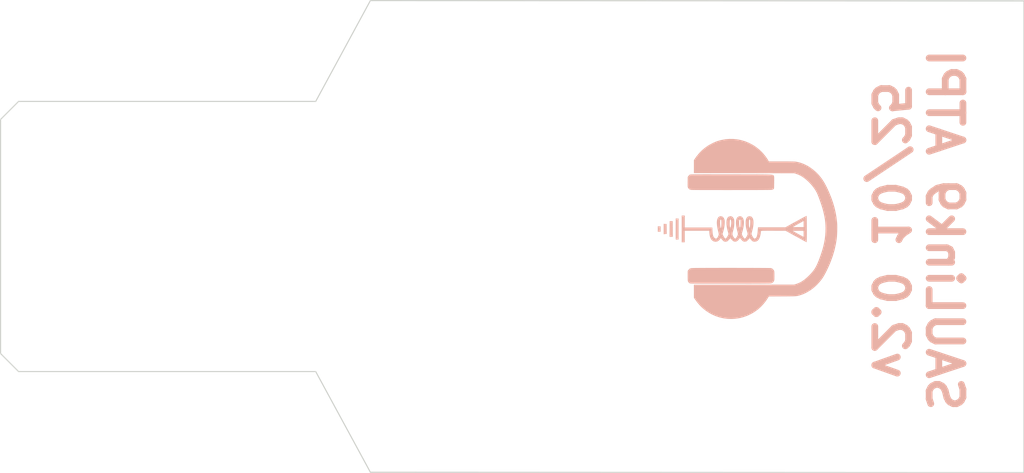
<source format=kicad_pcb>
(kicad_pcb (version 20240108) (generator "pcbnew") (generator_version "8.0")
  (layers (0 "F.Cu" signal) (31 "B.Cu" signal) (34 "B.Paste" user) (35 "F.Paste" user) (36 "B.SilkS" user "B.Silkscreen") (37 "F.SilkS" user "F.Silkscreen") (38 "B.Mask" user) (39 "F.Mask" user) (44 "Edge.Cuts" user))
  (net 0 "")
  (footprint "LOGO" (layer "B.Cu") (at 135.25 56.5 90)
    (property "Reference" "g2" (hide yes))
    (property "Value" "LOGO" (hide yes))
    (fp_poly (pts (xy 0.117134 -3.928485) (xy 0.117134 -3.991557) (xy -0.004505 -3.991557) (xy -0.126144 -3.991557) (xy -0.126144 -3.928485) (xy -0.126144 -3.865413) (xy -0.004505 -3.865413) (xy 0.117134 -3.865413)) (fill solid) (layer "B.SilkS"))
    (fp_poly (pts (xy -0.002252 -3.326942) (xy 0.346896 -3.329301) (xy 0.346896 -3.396878) (xy 0.346896 -3.464455) (xy -0.002252 -3.466813) (xy -0.351401 -3.469172) (xy -0.351401 -3.396878) (xy -0.351401 -3.324584)) (fill solid) (layer "B.SilkS"))
    (fp_poly (pts (xy -0.002252 -3.597199) (xy 0.220752 -3.599609) (xy 0.223399 -3.664934) (xy 0.226047 -3.730258) (xy -0.005365 -3.730258) (xy -0.236777 -3.730258) (xy -0.231096 -3.682954) (xy -0.227778 -3.651624) (xy -0.225691 -3.624807) (xy -0.225335 -3.61522) (xy -0.225257 -3.594789)) (fill solid) (layer "B.SilkS"))
    (fp_poly (pts (xy 0.46403 -3.131074) (xy 0.46403 -3.194146) (xy -0.002504 -3.19648) (xy -0.108499 -3.196944) (xy -0.19782 -3.197169) (xy -0.271811 -3.197126) (xy -0.33182 -3.196786) (xy -0.37919 -3.196121) (xy -0.415267 -3.195103) (xy -0.441396 -3.193702) (xy -0.458922 -3.191891) (xy -0.469191 -3.189639) (xy -0.473548 -3.18692) (xy -0.473778 -3.186461) (xy -0.475912 -3.171164) (xy -0.476489 -3.144507) (xy -0.475779 -3.121055) (xy -0.47304 -3.068002) (xy -0.004505 -3.068002) (xy 0.46403 -3.068002)) (fill solid) (layer "B.SilkS"))
    (fp_poly (pts (xy -2.08186 1.189161) (xy -2.015845 1.188919) (xy -1.965176 1.188219) (xy -1.927181 1.186867) (xy -1.899186 1.18467) (xy -1.878519 1.181436) (xy -1.862508 1.176971) (xy -1.851614 1.172548) (xy -1.814695 1.14912) (xy -1.780047 1.11576) (xy -1.752838 1.078211) (xy -1.739635 1.048084) (xy -1.738672 1.035692) (xy -1.737759 1.006354) (xy -1.736898 0.961148) (xy -1.736089 0.901149) (xy -1.735332 0.827431) (xy -1.73463 0.741072) (xy -1.733981 0.643147) (xy -1.733386 0.534731) (xy -1.732847 0.4169) (xy -1.732364 0.290731) (xy -1.731937 0.157298) (xy -1.731566 0.017678) (xy -1.731254 -0.127055) (xy -1.730999 -0.275823) (xy -1.730804 -0.427552) (xy -1.730667 -0.581165) (xy -1.730591 -0.735588) (xy -1.730575 -0.889744) (xy -1.73062 -1.042557) (xy -1.730727 -1.192952) (xy -1.730897 -1.339853) (xy -1.731129 -1.482185) (xy -1.731425 -1.618871) (xy -1.731785 -1.748836) (xy -1.73221 -1.871004) (xy -1.7327 -1.9843) (xy -1.733256 -2.087647) (xy -1.733879 -2.179971) (xy -1.734568 -2.260195) (xy -1.735326 -2.327243) (xy -1.736152 -2.380041) (xy -1.737046 -2.417511) (xy -1.737696 -2.433716) (xy -1.740541 -2.481535) (xy -1.74354 -2.515229) (xy -1.747526 -2.538679) (xy -1.753332 -2.55577) (xy -1.76179 -2.570382) (xy -1.769179 -2.580488) (xy -1.793416 -2.606889) (xy -1.822868 -2.632092) (xy -1.831382 -2.638116) (xy -1.86826 -2.662539) (xy -2.071679 -2.664119) (xy -2.132651 -2.664213) (xy -2.189509 -2.663592) (xy -2.239105 -2.662346) (xy -2.278289 -2.660566) (xy -2.303912 -2.658341) (xy -2.309823 -2.657307) (xy -2.359189 -2.637187) (xy -2.396829 -2.60408) (xy -2.415609 -2.573328) (xy -2.417599 -2.568475) (xy -2.419426 -2.56255) (xy -2.421096 -2.554794) (xy -2.422616 -2.544451) (xy -2.423993 -2.530765) (xy -2.425234 -2.512977) (xy -2.426347 -2.490331) (xy -2.427338 -2.462071) (xy -2.428214 -2.427438) (xy -2.428983 -2.385677) (xy -2.42965 -2.33603) (xy -2.430225 -2.27774) (xy -2.430712 -2.210051) (xy -2.43112 -2.132205) (xy -2.431455 -2.043445) (xy -2.431725 -1.943014) (xy -2.431936 -1.830156) (xy -2.432095 -1.704114) (xy -2.43221 -1.56413) (xy -2.432288 -1.409447) (xy -2.432335 -1.239309) (xy -2.432358 -1.052958) (xy -2.432365 -0.849638) (xy -2.432365 -0.765874) (xy -2.432323 -0.581846) (xy -2.432203 -0.403471) (xy -2.432008 -0.231571) (xy -2.431743 -0.066972) (xy -2.431411 0.089504) (xy -2.431016 0.237032) (xy -2.430561 0.374788) (xy -2.43005 0.50195) (xy -2.429486 0.617693) (xy -2.428874 0.721194) (xy -2.428216 0.811628) (xy -2.427517 0.888173) (xy -2.426781 0.950003) (xy -2.42601 0.996296) (xy -2.425208 1.026228) (xy -2.42438 1.038974) (xy -2.424368 1.039028) (xy -2.403567 1.090398) (xy -2.368234 1.134256) (xy -2.321866 1.166534) (xy -2.306193 1.174054) (xy -2.291588 1.179706) (xy -2.275263 1.183755) (xy -2.254426 1.186463) (xy -2.22629 1.188093) (xy -2.188062 1.188909) (xy -2.136954 1.189173)) (fill solid) (layer "B.SilkS"))
    (fp_poly (pts (xy 2.245956 1.179563) (xy 2.281124 1.17896) (xy 2.306802 1.177655) (xy 2.325122 1.175521) (xy 2.338216 1.172428) (xy 2.348217 1.168247) (xy 2.357256 1.162847) (xy 2.361065 1.160327) (xy 2.368218 1.15612) (xy 2.374796 1.152933) (xy 2.380825 1.150034) (xy 2.386328 1.146689) (xy 2.39133 1.142163) (xy 2.395858 1.135723) (xy 2.399934 1.126636) (xy 2.403584 1.114168) (xy 2.406833 1.097584) (xy 2.409706 1.076152) (xy 2.412227 1.049138) (xy 2.414421 1.015807) (xy 2.416314 0.975427) (xy 2.417929 0.927263) (xy 2.419292 0.870583) (xy 2.420427 0.804651) (xy 2.421359 0.728734) (xy 2.422114 0.6421) (xy 2.422715 0.544013) (xy 2.423188 0.433741) (xy 2.423557 0.310549) (xy 2.423847 0.173704) (xy 2.424084 0.022473) (xy 2.424291 -0.143879) (xy 2.424494 -0.326085) (xy 2.424717 -0.524879) (xy 2.424971 -0.730329) (xy 2.42525 -0.94246) (xy 2.425498 -1.13732) (xy 2.425708 -1.315658) (xy 2.425876 -1.478223) (xy 2.425993 -1.625763) (xy 2.426053 -1.759029) (xy 2.42605 -1.87877) (xy 2.425978 -1.985733) (xy 2.425829 -2.08067) (xy 2.425598 -2.164328) (xy 2.425277 -2.237458) (xy 2.424861 -2.300807) (xy 2.424342 -2.355126) (xy 2.423715 -2.401164) (xy 2.422973 -2.439669) (xy 2.422109 -2.471391) (xy 2.421117 -2.497078) (xy 2.41999 -2.517481) (xy 2.418722 -2.533348) (xy 2.417306 -2.545429) (xy 2.415736 -2.554472) (xy 2.414006 -2.561227) (xy 2.412108 -2.566443) (xy 2.410036 -2.570869) (xy 2.408978 -2.572933) (xy 2.384077 -2.606012) (xy 2.347578 -2.635211) (xy 2.347101 -2.635509) (xy 2.303602 -2.662539) (xy 2.086619 -2.6649) (xy 2.017465 -2.665539) (xy 1.963832 -2.665668) (xy 1.923222 -2.665143) (xy 1.893138 -2.663821) (xy 1.871084 -2.661556) (xy 1.854562 -2.658207) (xy 1.841075 -2.653628) (xy 1.833594 -2.650321) (xy 1.789506 -2.622226) (xy 1.75726 -2.58346) (xy 1.742385 -2.554293) (xy 1.740548 -2.549225) (xy 1.738862 -2.542404) (xy 1.73732 -2.533079) (xy 1.735917 -2.520499) (xy 1.734645 -2.503913) (xy 1.733499 -2.48257) (xy 1.732471 -2.45572) (xy 1.731556 -2.422613) (xy 1.730748 -2.382496) (xy 1.73004 -2.334619) (xy 1.729425 -2.278233) (xy 1.728897 -2.212585) (xy 1.728451 -2.136925) (xy 1.728078 -2.050502) (xy 1.727775 -1.952566) (xy 1.727533 -1.842366) (xy 1.727346 -1.719151) (xy 1.727209 -1.582171) (xy 1.727115 -1.430673) (xy 1.727057 -1.263909) (xy 1.727029 -1.081126) (xy 1.727025 -0.881575) (xy 1.727032 -0.738709) (xy 1.727072 -0.517065) (xy 1.727162 -0.312829) (xy 1.727304 -0.125388) (xy 1.727503 0.045872) (xy 1.727763 0.201562) (xy 1.728087 0.342296) (xy 1.728479 0.468687) (xy 1.728942 0.581348) (xy 1.729482 0.680891) (xy 1.730101 0.76793) (xy 1.730802 0.843076) (xy 1.731591 0.906944) (xy 1.732471 0.960146) (xy 1.733445 1.003294) (xy 1.734517 1.037003) (xy 1.735691 1.061884) (xy 1.73697 1.07855) (xy 1.738252 1.087189) (xy 1.750281 1.121588) (xy 1.766727 1.149014) (xy 1.771908 1.154632) (xy 1.778686 1.160687) (xy 1.786059 1.165485) (xy 1.796098 1.169194) (xy 1.810872 1.171987) (xy 1.832452 1.174031) (xy 1.862908 1.175498) (xy 1.904309 1.176557) (xy 1.958726 1.177378) (xy 2.028228 1.178132) (xy 2.062185 1.178466) (xy 2.138619 1.179187) (xy 2.199165 1.179596)) (fill solid) (layer "B.SilkS"))
    (fp_poly (pts (xy 0.155312 3.980751) (xy 0.232276 3.978016) (xy 0.285733 3.974313) (xy 0.510879 3.947666) (xy 0.731493 3.909191) (xy 0.950095 3.858194) (xy 1.169204 3.793982) (xy 1.39134 3.715863) (xy 1.619023 3.623142) (xy 1.711955 3.581928) (xy 1.858473 3.512783) (xy 1.989453 3.444927) (xy 2.107163 3.376863) (xy 2.213868 3.307092) (xy 2.311835 3.234118) (xy 2.403331 3.156442) (xy 2.490621 3.072566) (xy 2.504863 3.057938) (xy 2.623801 2.923908) (xy 2.727492 2.78446) (xy 2.81543 2.640572) (xy 2.887103 2.493224) (xy 2.942005 2.343394) (xy 2.979624 2.192062) (xy 2.990808 2.123524) (xy 2.992913 2.098468) (xy 2.994791 2.056416) (xy 2.996427 1.99839) (xy 2.997805 1.925415) (xy 2.99891 1.838512) (xy 2.999725 1.738705) (xy 3.000235 1.627017) (xy 3.000425 1.50447) (xy 3.000426 1.495239) (xy 3.000426 0.937437) (xy 3.038719 0.917965) (xy 3.093177 0.886894) (xy 3.156214 0.845286) (xy 3.224205 0.795858) (xy 3.293523 0.741329) (xy 3.360541 0.684417) (xy 3.407201 0.641724) (xy 3.533841 0.509357) (xy 3.646047 0.366937) (xy 3.743478 0.215641) (xy 3.825795 0.056643) (xy 3.892659 -0.10888) (xy 3.94373 -0.279754) (xy 3.978668 -0.454802) (xy 3.997134 -0.632849) (xy 3.998787 -0.81272) (xy 3.98329 -0.993239) (xy 3.950301 -1.17323) (xy 3.941707 -1.208537) (xy 3.911717 -1.314608) (xy 3.87633 -1.415205) (xy 3.832787 -1.517781) (xy 3.807018 -1.572295) (xy 3.718505 -1.733795) (xy 3.615221 -1.885156) (xy 3.497651 -2.025829) (xy 3.36628 -2.155265) (xy 3.221593 -2.272916) (xy 3.132341 -2.335158) (xy 3.052515 -2.387726) (xy 2.765633 -2.387726) (xy 2.478751 -2.387726) (xy 2.475645 -0.159932) (xy 2.472538 2.067861) (xy 2.453234 2.130933) (xy 2.413481 2.242131) (xy 2.363375 2.348066) (xy 2.301374 2.451199) (xy 2.225932 2.553989) (xy 2.135507 2.658895) (xy 2.094892 2.701902) (xy 1.978692 2.813534) (xy 1.858101 2.912941) (xy 1.735576 2.998251) (xy 1.616984 3.065875) (xy 1.565846 3.089862) (xy 1.500339 3.117641) (xy 1.423449 3.148159) (xy 1.338165 3.180361) (xy 1.247474 3.213194) (xy 1.154362 3.245603) (xy 1.061818 3.276534) (xy 0.972828 3.304934) (xy 0.890379 3.329748) (xy 0.81746 3.349922) (xy 0.797411 3.355032) (xy 0.655343 3.388458) (xy 0.525448 3.414763) (xy 0.403596 3.434499) (xy 0.285655 3.448218) (xy 0.167494 3.456473) (xy 0.044981 3.459817) (xy 0.013169 3.459951) (xy -0.151376 3.456038) (xy -0.312977 3.443964) (xy -0.474129 3.423221) (xy -0.637328 3.393305) (xy -0.805069 3.35371) (xy -0.979846 3.303931) (xy -1.164156 3.243461) (xy -1.304192 3.193009) (xy -1.422102 3.147824) (xy -1.525131 3.105198) (xy -1.615924 3.063512) (xy -1.697131 3.021151) (xy -1.771398 2.976498) (xy -1.841374 2.927935) (xy -1.909706 2.873845) (xy -1.979042 2.812612) (xy -2.05203 2.742618) (xy -2.06843 2.726294) (xy -2.161882 2.628238) (xy -2.240716 2.535146) (xy -2.306647 2.444365) (xy -2.361388 2.353244) (xy -2.406654 2.259129) (xy -2.444159 2.15937) (xy -2.453236 2.130933) (xy -2.472676 2.067861) (xy -2.475653 -0.159932) (xy -2.47863 -2.387726) (xy -2.768811 -2.387331) (xy -3.058992 -2.386937) (xy -3.146536 -2.326512) (xy -3.284194 -2.224433) (xy -3.406566 -2.118325) (xy -3.516327 -2.005671) (xy -3.616148 -1.883952) (xy -3.616181 -1.883909) (xy -3.719745 -1.731946) (xy -3.807058 -1.573366) (xy -3.878141 -1.409294) (xy -3.933015 -1.240856) (xy -3.9717 -1.069179) (xy -3.994218 -0.895387) (xy -4.000589 -0.720608) (xy -3.990837 -0.545967) (xy -3.964978 -0.37259) (xy -3.923037 -0.201603) (xy -3.865032 -0.034132) (xy -3.790986 0.128698) (xy -3.70092 0.285759) (xy -3.594853 0.435926) (xy -3.572528 0.464038) (xy -3.461909 0.58814) (xy -3.337659 0.704811) (xy -3.203728 0.810568) (xy -3.100623 0.87981) (xy -3.001393 0.941576) (xy -2.997979 1.545265) (xy -2.997315 1.665677) (xy -2.99671 1.769638) (xy -2.996057 1.858715) (xy -2.995248 1.934479) (xy -2.994174 1.998497) (xy -2.992728 2.052337) (xy -2.990801 2.097568) (xy -2.988286 2.135759) (xy -2.985073 2.168478) (xy -2.981056 2.197294) (xy -2.976125 2.223774) (xy -2.970173 2.249488) (xy -2.963092 2.276004) (xy -2.954774 2.30489) (xy -2.94511 2.337715) (xy -2.942825 2.345511) (xy -2.913492 2.430316) (xy -2.873382 2.523313) (xy -2.824754 2.620248) (xy -2.769865 2.71687) (xy -2.710975 2.808926) (xy -2.657241 2.883292) (xy -2.577093 2.979887) (xy -2.486958 3.075626) (xy -2.390604 3.167042) (xy -2.291796 3.250664) (xy -2.194303 3.323021) (xy -2.144448 3.355621) (xy -2.048249 3.412131) (xy -1.937852 3.471444) (xy -1.816537 3.531961) (xy -1.687581 3.592082) (xy -1.554263 3.650208) (xy -1.467792 3.685772) (xy -1.209318 3.780648) (xy -0.95058 3.857806) (xy -0.690519 3.917527) (xy -0.455019 3.956526) (xy -0.388175 3.96396) (xy -0.307878 3.97023) (xy -0.218131 3.97524) (xy -0.122936 3.978893) (xy -0.026296 3.981093) (xy 0.067788 3.981744)) (fill solid) (layer "B.SilkS"))
    (fp_poly (pts (xy -0.032298 2.630135) (xy 0.05312 2.62981) (xy 0.138326 2.629311) (xy 0.22139 2.628649) (xy 0.300382 2.627836) (xy 0.373372 2.626885) (xy 0.438431 2.625806) (xy 0.493627 2.624612) (xy 0.537031 2.623315) (xy 0.566713 2.621926) (xy 0.580743 2.620456) (xy 0.581548 2.620113) (xy 0.578476 2.611289) (xy 0.567397 2.5881) (xy 0.549048 2.551939) (xy 0.524168 2.504197) (xy 0.493492 2.446268) (xy 0.457757 2.379543) (xy 0.417702 2.305415) (xy 0.374063 2.225277) (xy 0.330006 2.144936) (xy 0.072082 1.676146) (xy 0.072082 1.068484) (xy 0.072082 0.460822) (xy 0.024778 0.456027) (xy -0.006424 0.453233) (xy -0.048117 0.44999) (xy -0.092799 0.446871) (xy -0.106818 0.445973) (xy -0.155004 0.441781) (xy -0.206611 0.435421) (xy -0.251966 0.42812) (xy -0.259993 0.426541) (xy -0.324069 0.410089) (xy -0.37176 0.390058) (xy -0.404508 0.365525) (xy -0.42375 0.335571) (xy -0.428681 0.318657) (xy -0.429955 0.299968) (xy -0.422824 0.284297) (xy -0.404223 0.265393) (xy -0.401324 0.262829) (xy -0.374949 0.243004) (xy -0.340682 0.221757) (xy -0.303297 0.201541) (xy -0.267565 0.18481) (xy -0.238258 0.174015) (xy -0.223229 0.171291) (xy -0.206917 0.173698) (xy -0.177422 0.180189) (xy -0.138857 0.18979) (xy -0.095334 0.201526) (xy -0.093072 0.202159) (xy 0.01412 0.228851) (xy 0.116358 0.247677) (xy 0.211642 0.258527) (xy 0.297973 0.261291) (xy 0.373353 0.25586) (xy 0.435781 0.242124) (xy 0.460489 0.23258) (xy 0.502582 0.207832) (xy 0.534739 0.178168) (xy 0.537076 0.175209) (xy 0.552292 0.152357) (xy 0.560139 0.130199) (xy 0.562847 0.101003) (xy 0.562991 0.085369) (xy 0.561463 0.050714) (xy 0.555654 0.026306) (xy 0.54338 0.004496) (xy 0.53769 -0.003236) (xy 0.503841 -0.036927) (xy 0.459557 -0.061924) (xy 0.403403 -0.078611) (xy 0.333948 -0.087372) (xy 0.249756 -0.08859) (xy 0.222427 -0.08759) (xy 0.14646 -0.082271) (xy 0.076501 -0.073039) (xy 0.006111 -0.058711) (xy -0.071151 -0.038105) (xy -0.109122 -0.026701) (xy -0.149458 -0.015155) (xy -0.186517 -0.006122) (xy -0.214896 -0.000847) (xy -0.224938 0) (xy -0.250969 -0.004691) (xy -0.284336 -0.01726) (xy -0.321314 -0.035448) (xy -0.358176 -0.056998) (xy -0.391195 -0.079652) (xy -0.416646 -0.101151) (xy -0.430801 -0.119238) (xy -0.432494 -0.125761) (xy -0.42488 -0.141468) (xy -0.40438 -0.162221) (xy -0.374502 -0.185591) (xy -0.338756 -0.209148) (xy -0.300651 -0.230464) (xy -0.263697 -0.247108) (xy -0.250459 -0.251775) (xy -0.232794 -0.256191) (xy -0.214969 -0.256817) (xy -0.192351 -0.253017) (xy -0.160309 -0.244159) (xy -0.133326 -0.235734) (xy -0.054995 -0.213559) (xy 0.028552 -0.194782) (xy 0.113104 -0.180012) (xy 0.194445 -0.16986) (xy 0.268363 -0.164935) (xy 0.330644 -0.165847) (xy 0.34235 -0.16689) (xy 0.412217 -0.179881) (xy 0.470836 -0.202227) (xy 0.516837 -0.23288) (xy 0.548851 -0.270794) (xy 0.565507 -0.314924) (xy 0.567648 -0.338953) (xy 0.559034 -0.389163) (xy 0.534485 -0.433872) (xy 0.495939 -0.469877) (xy 0.483904 -0.477394) (xy 0.420479 -0.503819) (xy 0.343481 -0.518403) (xy 0.252921 -0.521146) (xy 0.148811 -0.512048) (xy 0.031163 -0.49111) (xy -0.098423 -0.458778) (xy -0.141074 -0.447745) (xy -0.181053 -0.438992) (xy -0.212913 -0.433632) (xy -0.227077 -0.432493) (xy -0.256106 -0.437159) (xy -0.291513 -0.449663) (xy -0.329525 -0.467768) (xy -0.36637 -0.489235) (xy -0.398276 -0.511828) (xy -0.42147 -0.533307) (xy -0.432181 -0.551435) (xy -0.432494 -0.554363) (xy -0.425194 -0.568652) (xy -0.40572 -0.588622) (xy -0.377708 -0.611306) (xy -0.344794 -0.633738) (xy -0.313221 -0.651649) (xy -0.277728 -0.666571) (xy -0.242526 -0.673856) (xy -0.20352 -0.67345) (xy -0.156617 -0.665296) (xy -0.097725 -0.649338) (xy -0.095572 -0.648691) (xy 0.015444 -0.619429) (xy 0.120757 -0.601055) (xy 0.228038 -0.592379) (xy 0.274814 -0.591347) (xy 0.325639 -0.591384) (xy 0.36287 -0.592657) (xy 0.390917 -0.595684) (xy 0.414193 -0.600979) (xy 0.437109 -0.609059) (xy 0.441504 -0.610836) (xy 0.484612 -0.631042) (xy 0.515363 -0.652622) (xy 0.539192 -0.679819) (xy 0.548886 -0.694663) (xy 0.564847 -0.737556) (xy 0.56485 -0.785476) (xy 0.548932 -0.835144) (xy 0.547375 -0.8383) (xy 0.518565 -0.875801) (xy 0.474925 -0.904976) (xy 0.417641 -0.925751) (xy 0.347904 -0.938055) (xy 0.2669 -0.941813) (xy 0.175818 -0.936954) (xy 0.075846 -0.923404) (xy -0.031828 -0.901092) (xy -0.115818 -0.878881) (xy -0.161358 -0.86592) (xy -0.193407 -0.857575) (xy -0.215773 -0.853413) (xy -0.232265 -0.853) (xy -0.246689 -0.855903) (xy -0.262853 -0.861688) (xy -0.263746 -0.862034) (xy -0.292079 -0.875133) (xy -0.325392 -0.893662) (xy -0.359589 -0.914931) (xy -0.390575 -0.936247) (xy -0.414251 -0.954919) (xy -0.426522 -0.968253) (xy -0.427019 -0.969327) (xy -0.427578 -0.988596) (xy -0.423734 -0.999673) (xy -0.40894 -1.016038) (xy -0.38121 -1.037001) (xy -0.344217 -1.060169) (xy -0.301634 -1.08315) (xy -0.278566 -1.094203) (xy -0.228257 -1.117223) (xy -0.152422 -1.094126) (xy -0.053649 -1.066017) (xy 0.034534 -1.045493) (xy 0.117387 -1.031573) (xy 0.200173 -1.023275) (xy 0.238798 -1.021114) (xy 0.294677 -1.01916) (xy 0.336736 -1.019062) (xy 0.3691 -1.021029) (xy 0.395894 -1.025274) (xy 0.415065 -1.030152) (xy 0.475629 -1.054267) (xy 0.521088 -1.086718) (xy 0.550939 -1.126923) (xy 0.564678 -1.174298) (xy 0.56515 -1.203699) (xy 0.556648 -1.248031) (xy 0.536664 -1.283557) (xy 0.502912 -1.313197) (xy 0.461361 -1.336093) (xy 0.400357 -1.356658) (xy 0.326281 -1.367245) (xy 0.238755 -1.367838) (xy 0.137403 -1.35842) (xy 0.021848 -1.338972) (xy -0.105676 -1.310133) (xy -0.155739 -1.297737) (xy -0.191983 -1.289404) (xy -0.218054 -1.284756) (xy -0.237598 -1.283416) (xy -0.254263 -1.285004) (xy -0.271692 -1.289143) (xy -0.281377 -1.291917) (xy -0.320393 -1.306405) (xy -0.359207 -1.32603) (xy -0.392923 -1.347824) (xy -0.416643 -1.368821) (xy -0.423061 -1.377784) (xy -0.429675 -1.407889) (xy -0.421151 -1.440746) (xy -0.399373 -1.473194) (xy -0.366226 -1.502071) (xy -0.339921 -1.517217) (xy -0.307629 -1.530696) (xy -0.271513 -1.541296) (xy -0.2285 -1.549528) (xy -0.175518 -1.555903) (xy -0.109494 -1.560932) (xy -0.060819 -1.563589) (xy 0.063072 -1.569636) (xy 0.063072 -2.181412) (xy 0.063072 -2.793189) (xy 0.328876 -2.793189) (xy 0.594679 -2.793189) (xy 0.594679 -2.860766) (xy 0.594679 -2.928343) (xy 0 -2.928343) (xy -0.594679 -2.928343) (xy -0.594679 -2.860766) (xy -0.594679 -2.793189) (xy -0.337886 -2.793189) (xy -0.081093 -2.793189) (xy -0.081093 -2.249435) (xy -0.081093 -1.705682) (xy -0.173448 -1.699948) (xy -0.275345 -1.68833) (xy -0.362656 -1.667094) (xy -0.435176 -1.636341) (xy -0.492702 -1.596168) (xy -0.535029 -1.546677) (xy -0.55173 -1.515579) (xy -0.564988 -1.470353) (xy -0.569486 -1.419343) (xy -0.565007 -1.370418) (xy -0.556522 -1.341877) (xy -0.531813 -1.29971) (xy -0.495406 -1.257716) (xy -0.45266 -1.221874) (xy -0.443381 -1.215689) (xy -0.404712 -1.191119) (xy -0.407025 -1.189536) (xy 0.041496 -1.189536) (xy 0.042477 -1.196746) (xy 0.058562 -1.20357) (xy 0.086832 -1.209789) (xy 0.124372 -1.215183) (xy 0.168264 -1.219533) (xy 0.215591 -1.222619) (xy 0.263437 -1.224223) (xy 0.308884 -1.224124) (xy 0.349016 -1.222104) (xy 0.380915 -1.217943) (xy 0.390245 -1.215763) (xy 0.415 -1.204822) (xy 0.422569 -1.192124) (xy 0.413321 -1.179971) (xy 0.387627 -1.170667) (xy 0.38284 -1.169741) (xy 0.347121 -1.165597) (xy 0.302309 -1.163652) (xy 0.252047 -1.163694) (xy 0.19998 -1.165512) (xy 0.149753 -1.168895) (xy 0.105008 -1.173631) (xy 0.06939 -1.179509) (xy 0.046544 -1.186318) (xy 0.041496 -1.189536) (xy -0.407025 -1.189536) (xy -0.434371 -1.170818) (xy -0.468333 -1.144732) (xy -0.502482 -1.11379) (xy -0.532177 -1.082596) (xy -0.552776 -1.055752) (xy -0.555993 -1.050198) (xy -0.565923 -1.017322) (xy -0.568356 -0.976532) (xy -0.563389 -0.936258) (xy -0.554439 -0.910631) (xy -0.541752 -0.892956) (xy -0.519302 -0.867885) (xy -0.491044 -0.839709) (xy -0.47778 -0.827426) (xy -0.450466 -0.802297) (xy -0.429082 -0.781772) (xy -0.416581 -0.76873) (xy -0.414582 -0.765809) (xy 0.054062 -0.765809) (xy 0.062691 -0.776731) (xy 0.0872 -0.785738) (xy 0.125519 -0.792534) (xy 0.175581 -0.796817) (xy 0.235317 -0.79829) (xy 0.274814 -0.797704) (xy 0.317921 -0.795659) (xy 0.356605 -0.79236) (xy 0.385912 -0.788308) (xy 0.398705 -0.7851) (xy 0.41897 -0.773531) (xy 0.423287 -0.762044) (xy 0.413722 -0.751256) (xy 0.392337 -0.741784) (xy 0.3612 -0.734243) (xy 0.322373 -0.72925) (xy 0.277923 -0.72742) (xy 0.229914 -0.729369) (xy 0.216247 -0.730662) (xy 0.163368 -0.737254) (xy 0.11804 -0.744717) (xy 0.082945 -0.752468) (xy 0.060766 -0.759927) (xy 0.054062 -0.765809) (xy -0.414582 -0.765809) (xy -0.414561 -0.765778) (xy -0.421029 -0.758311) (xy -0.438129 -0.742997) (xy -0.462264 -0.723045) (xy -0.46412 -0.72156) (xy -0.513741 -0.676094) (xy -0.546689 -0.631556) (xy -0.564099 -0.586089) (xy -0.567648 -0.551958) (xy -0.562616 -0.511015) (xy -0.546343 -0.472955) (xy -0.517066 -0.435034) (xy -0.47302 -0.394505) (xy -0.459407 -0.383576) (xy -0.414187 -0.348049) (xy 0.059161 -0.348049) (xy 0.071404 -0.354415) (xy 0.098898 -0.361378) (xy 0.119429 -0.365578) (xy 0.163525 -0.372062) (xy 0.214131 -0.376038) (xy 0.266567 -0.377507) (xy 0.316154 -0.376475) (xy 0.358211 -0.372943) (xy 0.388058 -0.366917) (xy 0.392237 -0.365376) (xy 0.416022 -0.352373) (xy 0.422133 -0.340083) (xy 0.41084 -0.327574) (xy 0.404367 -0.323784) (xy 0.387144 -0.319776) (xy 0.355897 -0.317215) (xy 0.314557 -0.316003) (xy 0.267056 -0.316041) (xy 0.217324 -0.31723) (xy 0.169291 -0.31947) (xy 0.12689 -0.322665) (xy 0.09405 -0.326714) (xy 0.074702 -0.331519) (xy 0.073563 -0.332091) (xy 0.060453 -0.341026) (xy 0.059161 -0.348049) (xy -0.414187 -0.348049) (xy -0.403131 -0.339363) (xy -0.429075 -0.320754) (xy -0.460407 -0.296068) (xy -0.493036 -0.266776) (xy -0.522755 -0.237027) (xy -0.545357 -0.210968) (xy -0.554919 -0.196704) (xy -0.564059 -0.166211) (xy -0.567199 -0.127241) (xy -0.564348 -0.088128) (xy -0.555508 -0.057205) (xy -0.554827 -0.055866) (xy -0.541106 -0.036635) (xy -0.517811 -0.010273) (xy -0.489265 0.018878) (xy -0.459791 0.046477) (xy -0.433713 0.068181) (xy -0.425398 0.07411) (xy -0.415834 0.081147) (xy -0.414739 0.083758) (xy 0.044286 0.083758) (xy 0.059186 0.076158) (xy 0.088279 0.06794) (xy 0.126144 0.060394) (xy 0.150615 0.058033) (xy 0.187886 0.05656) (xy 0.232758 0.055953) (xy 0.280033 0.056191) (xy 0.324514 0.057251) (xy 0.361001 0.059112) (xy 0.38284 0.061476) (xy 0.409525 0.070268) (xy 0.421986 0.082914) (xy 0.419129 0.096604) (xy 0.401027 0.108098) (xy 0.377222 0.112896) (xy 0.339968 0.115465) (xy 0.293316 0.116012) (xy 0.241315 0.114741) (xy 0.188013 0.111857) (xy 0.137462 0.107567) (xy 0.09371 0.102076) (xy 0.060807 0.095588) (xy 0.045438 0.090057) (xy 0.044286 0.083758) (xy -0.414739 0.083758) (xy -0.413021 0.087853) (xy -0.418766 0.097144) (xy -0.434881 0.111935) (xy -0.463174 0.135141) (xy -0.463383 0.13531) (xy -0.506367 0.172242) (xy -0.536049 0.203773) (xy -0.55466 0.233632) (xy -0.564434 0.265549) (xy -0.567604 0.303253) (xy -0.567648 0.309446) (xy -0.561438 0.36839) (xy -0.541984 0.418418) (xy -0.508049 0.461231) (xy -0.458399 0.49853) (xy -0.412776 0.52267) (xy -0.369214 0.539771) (xy -0.315562 0.556068) (xy -0.258088 0.570077) (xy -0.203056 0.580315) (xy -0.156734 0.585299) (xy -0.147154 0.585551) (xy -0.133561 0.585094) (xy -0.121958 0.584508) (xy -0.11219 0.585104) (xy -0.104099 0.588197) (xy -0.097529 0.5951) (xy -0.092324 0.607126) (xy -0.088327 0.625587) (xy -0.085383 0.651799) (xy -0.083334 0.687072) (xy -0.082024 0.732722) (xy -0.081297 0.790061) (xy -0.080997 0.860402) (xy -0.080966 0.945058) (xy -0.081049 1.045344) (xy -0.081093 1.140245) (xy -0.081093 1.683882) (xy -0.282686 2.051573) (xy -0.325992 2.130605) (xy -0.368532 2.20833) (xy -0.409123 2.282579) (xy -0.446582 2.351185) (xy -0.479726 2.411978) (xy -0.507372 2.462792) (xy -0.517677 2.481798) (xy -0.351401 2.481798) (xy -0.347187 2.472957) (xy -0.335258 2.450345) (xy -0.316683 2.415927) (xy -0.292531 2.371667) (xy -0.26387 2.31953) (xy -0.231771 2.261479) (xy -0.218499 2.23757) (xy -0.085598 1.998383) (xy -0.083189 2.2312) (xy -0.082701 2.294597) (xy -0.082577 2.352307) (xy -0.082797 2.401802) (xy -0.08334 2.440551) (xy -0.084187 2.466023) (xy -0.085158 2.475429) (xy -0.092145 2.480228) (xy -0.110135 2.483596) (xy -0.14109 2.485698) (xy -0.18697 2.486699) (xy -0.220469 2.48684) (xy 0.081093 2.48684) (xy 0.08118 2.245815) (xy 0.081267 2.004789) (xy 0.216334 2.242719) (xy 0.250009 2.302137) (xy 0.280619 2.356335) (xy 0.307078 2.403378) (xy 0.328304 2.44133) (xy 0.343211 2.468257) (xy 0.350715 2.482223) (xy 0.351401 2.483744) (xy 0.34291 2.484821) (xy 0.319513 2.485736) (xy 0.284325 2.486416) (xy 0.240461 2.48679) (xy 0.216247 2.48684) (xy 0.081093 2.48684) (xy -0.220469 2.48684) (xy -0.266715 2.486513) (xy -0.305792 2.485615) (xy -0.334536 2.484266) (xy -0.349783 2.482589) (xy -0.351401 2.481798) (xy -0.517677 2.481798) (xy -0.528337 2.501459) (xy -0.538209 2.519773) (xy -0.592138 2.620284) (xy -0.474022 2.626547) (xy -0.441165 2.627771) (xy -0.395008 2.628737) (xy -0.337483 2.62946) (xy -0.27052 2.629949) (xy -0.196048 2.630216) (xy -0.115997 2.630275)) (fill solid) (layer "B.SilkS"))
  )
  (gr_line (start 116.061 50.836) (end 102.861 50.836) (stroke (width 0.05)) (layer "Edge.Cuts"))
  (gr_line (start 147.523748 67.325752) (end 147.523748 46.370752) (stroke (width 0.05)) (layer "Edge.Cuts"))
  (gr_line (start 102.861 62.836) (end 116.061 62.836) (stroke (width 0.05)) (layer "Edge.Cuts"))
  (gr_line (start 118.491 67.31) (end 147.523748 67.325752) (stroke (width 0.05)) (layer "Edge.Cuts"))
  (gr_line (start 116.061 50.836) (end 118.491 46.355) (stroke (width 0.05)) (layer "Edge.Cuts"))
  (gr_line (start 118.491 46.355) (end 147.523748 46.370752) (stroke (width 0.05)) (layer "Edge.Cuts"))
  (gr_line (start 102.861 50.836) (end 102.061 51.636) (stroke (width 0.05)) (layer "Edge.Cuts"))
  (gr_line (start 102.061 51.636) (end 102.061 62.036) (stroke (width 0.05)) (layer "Edge.Cuts"))
  (gr_line (start 116.061 62.836) (end 118.491 67.31) (stroke (width 0.05)) (layer "Edge.Cuts"))
  (gr_line (start 102.061 62.036) (end 102.861 62.836) (stroke (width 0.05)) (layer "Edge.Cuts"))
  (gr_text "SAULink9 ATPI\nv2.0 10/25" (at 140.7 56.55 270) (layer "B.SilkS") (effects (font (size 1.5 1.5) (thickness 0.3) (bold yes)) (justify bottom mirror)))
)
</source>
